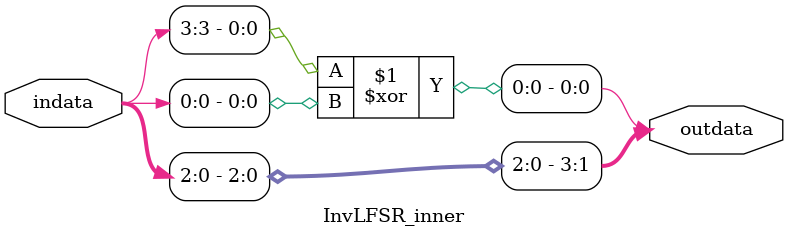
<source format=v>

module LFSR
    (
        input wire [63:0] indata,
        output wire [63:0] outdata
    );
    localparam n = 64;
	localparam m=n>>4;
    localparam [15:0] indices = 
        1'b1 << 0 | 1'b1 << 1 | 1'b1 << 3 | 1'b1 << 4 | 1'b1 << 8 | 1'b1 << 11 | 1'b1 << 13;
    wire [n-1:0] inIS;
    assign inIS = {indata[0*m+:m], indata[1*m+:m], indata[2*m+:m], indata[3*m+:m],
                    indata[4*m+:m], indata[5*m+:m], indata[6*m+:m], indata[7*m+:m],
                    indata[8*m+:m], indata[9*m+:m], indata[10*m+:m], indata[11*m+:m],
                    indata[12*m+:m], indata[13*m+:m], indata[14*m+:m], indata[15*m+:m]
    };
    wire [n-1:0] outIS;

    assign outdata = {outIS[0*m+:m], outIS[1*m+:m], outIS[2*m+:m], outIS[3*m+:m],
                     outIS[4*m+:m], outIS[5*m+:m], outIS[6*m+:m], outIS[7*m+:m],
                     outIS[8*m+:m], outIS[9*m+:m], outIS[10*m+:m], outIS[11*m+:m],
                     outIS[12*m+:m], outIS[13*m+:m], outIS[14*m+:m], outIS[15*m+:m]
                    };
    genvar i;
    generate
        for(i=0; i<16; i=i+1)begin: genlfsr
            if(indices[i] == 1'b1) begin: lfsrb1
                LFSR_inner inner(inIS[i*m+:m], outIS[i*m+:m]);
            end
            else begin: lfsrb2
                assign outIS[i*m+:m] = inIS[i*m+:m];
            end
        end
    endgenerate
endmodule

module InvLFSR
    (
        input wire [63:0] indata,
        output wire [63:0] outdata
    );
    localparam n = 64;
	localparam m=n>>4;
    localparam [15:0] indices = 
        1'b1 << 0 | 1'b1 << 1 | 1'b1 << 3 | 1'b1 << 4 | 1'b1 << 8 | 1'b1 << 11 | 1'b1 << 13;
    wire [n-1:0] inIS;
    assign inIS = {indata[0*m+:m], indata[1*m+:m], indata[2*m+:m], indata[3*m+:m],
                    indata[4*m+:m], indata[5*m+:m], indata[6*m+:m], indata[7*m+:m],
                    indata[8*m+:m], indata[9*m+:m], indata[10*m+:m], indata[11*m+:m],
                    indata[12*m+:m], indata[13*m+:m], indata[14*m+:m], indata[15*m+:m]
    };
    wire [n-1:0] outIS;

    assign outdata = {outIS[0*m+:m], outIS[1*m+:m], outIS[2*m+:m], outIS[3*m+:m],
                     outIS[4*m+:m], outIS[5*m+:m], outIS[6*m+:m], outIS[7*m+:m],
                     outIS[8*m+:m], outIS[9*m+:m], outIS[10*m+:m], outIS[11*m+:m],
                     outIS[12*m+:m], outIS[13*m+:m], outIS[14*m+:m], outIS[15*m+:m]
                    };
    genvar i;
    generate
        for(i=0; i<16; i=i+1)begin: genlfsr
            if(indices[i] == 1'b1) begin: lfsrb1
                InvLFSR_inner invinner(inIS[i*m+:m], outIS[i*m+:m]);
            end
            else begin: lfsrb2
                assign outIS[i*m+:m] = inIS[i*m+:m];
            end
        end
    endgenerate
endmodule

module LFSR_inner
    (
    input wire [3:0] indata,
    output wire [3:0] outdata
    );
    assign outdata = {indata[0]^indata[1], indata[3:1]};
endmodule

module InvLFSR_inner
    (
    input wire [3:0] indata,
    output wire [3:0] outdata
    );

    assign outdata = {indata[2:0], indata[3]^indata[0]};
endmodule






</source>
